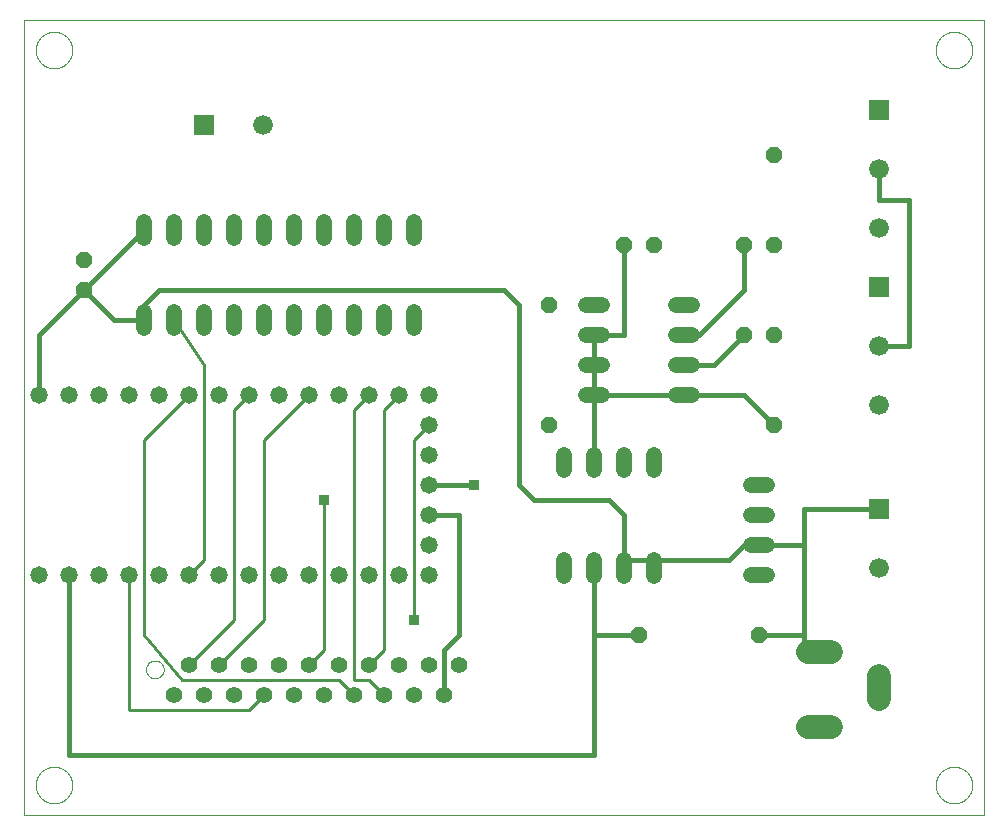
<source format=gtl>
G75*
%MOIN*%
%OFA0B0*%
%FSLAX25Y25*%
%IPPOS*%
%LPD*%
%AMOC8*
5,1,8,0,0,1.08239X$1,22.5*
%
%ADD10C,0.00000*%
%ADD11OC8,0.05200*%
%ADD12C,0.05200*%
%ADD13R,0.06600X0.06600*%
%ADD14C,0.06600*%
%ADD15C,0.05800*%
%ADD16C,0.07874*%
%ADD17C,0.05600*%
%ADD18C,0.01600*%
%ADD19R,0.03562X0.03562*%
%ADD20C,0.01000*%
D10*
X0001400Y0005000D02*
X0321400Y0005000D01*
X0321400Y0270000D01*
X0001400Y0270000D01*
X0001400Y0005000D01*
X0005298Y0015000D02*
X0005300Y0015156D01*
X0005306Y0015312D01*
X0005316Y0015467D01*
X0005330Y0015622D01*
X0005348Y0015777D01*
X0005370Y0015931D01*
X0005395Y0016085D01*
X0005425Y0016238D01*
X0005459Y0016390D01*
X0005496Y0016542D01*
X0005537Y0016692D01*
X0005582Y0016841D01*
X0005631Y0016989D01*
X0005684Y0017136D01*
X0005740Y0017281D01*
X0005800Y0017425D01*
X0005864Y0017567D01*
X0005932Y0017708D01*
X0006003Y0017846D01*
X0006077Y0017983D01*
X0006155Y0018118D01*
X0006236Y0018251D01*
X0006321Y0018382D01*
X0006409Y0018511D01*
X0006500Y0018637D01*
X0006595Y0018761D01*
X0006692Y0018882D01*
X0006793Y0019001D01*
X0006897Y0019118D01*
X0007003Y0019231D01*
X0007113Y0019342D01*
X0007225Y0019450D01*
X0007340Y0019555D01*
X0007458Y0019658D01*
X0007578Y0019757D01*
X0007701Y0019853D01*
X0007826Y0019946D01*
X0007953Y0020035D01*
X0008083Y0020122D01*
X0008215Y0020205D01*
X0008349Y0020284D01*
X0008485Y0020361D01*
X0008623Y0020433D01*
X0008762Y0020503D01*
X0008904Y0020568D01*
X0009047Y0020630D01*
X0009191Y0020688D01*
X0009337Y0020743D01*
X0009485Y0020794D01*
X0009633Y0020841D01*
X0009783Y0020884D01*
X0009934Y0020923D01*
X0010086Y0020959D01*
X0010238Y0020990D01*
X0010392Y0021018D01*
X0010546Y0021042D01*
X0010700Y0021062D01*
X0010855Y0021078D01*
X0011011Y0021090D01*
X0011166Y0021098D01*
X0011322Y0021102D01*
X0011478Y0021102D01*
X0011634Y0021098D01*
X0011789Y0021090D01*
X0011945Y0021078D01*
X0012100Y0021062D01*
X0012254Y0021042D01*
X0012408Y0021018D01*
X0012562Y0020990D01*
X0012714Y0020959D01*
X0012866Y0020923D01*
X0013017Y0020884D01*
X0013167Y0020841D01*
X0013315Y0020794D01*
X0013463Y0020743D01*
X0013609Y0020688D01*
X0013753Y0020630D01*
X0013896Y0020568D01*
X0014038Y0020503D01*
X0014177Y0020433D01*
X0014315Y0020361D01*
X0014451Y0020284D01*
X0014585Y0020205D01*
X0014717Y0020122D01*
X0014847Y0020035D01*
X0014974Y0019946D01*
X0015099Y0019853D01*
X0015222Y0019757D01*
X0015342Y0019658D01*
X0015460Y0019555D01*
X0015575Y0019450D01*
X0015687Y0019342D01*
X0015797Y0019231D01*
X0015903Y0019118D01*
X0016007Y0019001D01*
X0016108Y0018882D01*
X0016205Y0018761D01*
X0016300Y0018637D01*
X0016391Y0018511D01*
X0016479Y0018382D01*
X0016564Y0018251D01*
X0016645Y0018118D01*
X0016723Y0017983D01*
X0016797Y0017846D01*
X0016868Y0017708D01*
X0016936Y0017567D01*
X0017000Y0017425D01*
X0017060Y0017281D01*
X0017116Y0017136D01*
X0017169Y0016989D01*
X0017218Y0016841D01*
X0017263Y0016692D01*
X0017304Y0016542D01*
X0017341Y0016390D01*
X0017375Y0016238D01*
X0017405Y0016085D01*
X0017430Y0015931D01*
X0017452Y0015777D01*
X0017470Y0015622D01*
X0017484Y0015467D01*
X0017494Y0015312D01*
X0017500Y0015156D01*
X0017502Y0015000D01*
X0017500Y0014844D01*
X0017494Y0014688D01*
X0017484Y0014533D01*
X0017470Y0014378D01*
X0017452Y0014223D01*
X0017430Y0014069D01*
X0017405Y0013915D01*
X0017375Y0013762D01*
X0017341Y0013610D01*
X0017304Y0013458D01*
X0017263Y0013308D01*
X0017218Y0013159D01*
X0017169Y0013011D01*
X0017116Y0012864D01*
X0017060Y0012719D01*
X0017000Y0012575D01*
X0016936Y0012433D01*
X0016868Y0012292D01*
X0016797Y0012154D01*
X0016723Y0012017D01*
X0016645Y0011882D01*
X0016564Y0011749D01*
X0016479Y0011618D01*
X0016391Y0011489D01*
X0016300Y0011363D01*
X0016205Y0011239D01*
X0016108Y0011118D01*
X0016007Y0010999D01*
X0015903Y0010882D01*
X0015797Y0010769D01*
X0015687Y0010658D01*
X0015575Y0010550D01*
X0015460Y0010445D01*
X0015342Y0010342D01*
X0015222Y0010243D01*
X0015099Y0010147D01*
X0014974Y0010054D01*
X0014847Y0009965D01*
X0014717Y0009878D01*
X0014585Y0009795D01*
X0014451Y0009716D01*
X0014315Y0009639D01*
X0014177Y0009567D01*
X0014038Y0009497D01*
X0013896Y0009432D01*
X0013753Y0009370D01*
X0013609Y0009312D01*
X0013463Y0009257D01*
X0013315Y0009206D01*
X0013167Y0009159D01*
X0013017Y0009116D01*
X0012866Y0009077D01*
X0012714Y0009041D01*
X0012562Y0009010D01*
X0012408Y0008982D01*
X0012254Y0008958D01*
X0012100Y0008938D01*
X0011945Y0008922D01*
X0011789Y0008910D01*
X0011634Y0008902D01*
X0011478Y0008898D01*
X0011322Y0008898D01*
X0011166Y0008902D01*
X0011011Y0008910D01*
X0010855Y0008922D01*
X0010700Y0008938D01*
X0010546Y0008958D01*
X0010392Y0008982D01*
X0010238Y0009010D01*
X0010086Y0009041D01*
X0009934Y0009077D01*
X0009783Y0009116D01*
X0009633Y0009159D01*
X0009485Y0009206D01*
X0009337Y0009257D01*
X0009191Y0009312D01*
X0009047Y0009370D01*
X0008904Y0009432D01*
X0008762Y0009497D01*
X0008623Y0009567D01*
X0008485Y0009639D01*
X0008349Y0009716D01*
X0008215Y0009795D01*
X0008083Y0009878D01*
X0007953Y0009965D01*
X0007826Y0010054D01*
X0007701Y0010147D01*
X0007578Y0010243D01*
X0007458Y0010342D01*
X0007340Y0010445D01*
X0007225Y0010550D01*
X0007113Y0010658D01*
X0007003Y0010769D01*
X0006897Y0010882D01*
X0006793Y0010999D01*
X0006692Y0011118D01*
X0006595Y0011239D01*
X0006500Y0011363D01*
X0006409Y0011489D01*
X0006321Y0011618D01*
X0006236Y0011749D01*
X0006155Y0011882D01*
X0006077Y0012017D01*
X0006003Y0012154D01*
X0005932Y0012292D01*
X0005864Y0012433D01*
X0005800Y0012575D01*
X0005740Y0012719D01*
X0005684Y0012864D01*
X0005631Y0013011D01*
X0005582Y0013159D01*
X0005537Y0013308D01*
X0005496Y0013458D01*
X0005459Y0013610D01*
X0005425Y0013762D01*
X0005395Y0013915D01*
X0005370Y0014069D01*
X0005348Y0014223D01*
X0005330Y0014378D01*
X0005316Y0014533D01*
X0005306Y0014688D01*
X0005300Y0014844D01*
X0005298Y0015000D01*
X0042069Y0053563D02*
X0042071Y0053671D01*
X0042077Y0053780D01*
X0042087Y0053888D01*
X0042101Y0053995D01*
X0042119Y0054102D01*
X0042140Y0054209D01*
X0042166Y0054314D01*
X0042196Y0054419D01*
X0042229Y0054522D01*
X0042266Y0054624D01*
X0042307Y0054724D01*
X0042351Y0054823D01*
X0042400Y0054921D01*
X0042451Y0055016D01*
X0042506Y0055109D01*
X0042565Y0055201D01*
X0042627Y0055290D01*
X0042692Y0055377D01*
X0042760Y0055461D01*
X0042831Y0055543D01*
X0042905Y0055622D01*
X0042982Y0055698D01*
X0043062Y0055772D01*
X0043145Y0055842D01*
X0043230Y0055910D01*
X0043317Y0055974D01*
X0043407Y0056035D01*
X0043499Y0056093D01*
X0043593Y0056147D01*
X0043689Y0056198D01*
X0043786Y0056245D01*
X0043886Y0056289D01*
X0043987Y0056329D01*
X0044089Y0056365D01*
X0044192Y0056397D01*
X0044297Y0056426D01*
X0044403Y0056450D01*
X0044509Y0056471D01*
X0044616Y0056488D01*
X0044724Y0056501D01*
X0044832Y0056510D01*
X0044941Y0056515D01*
X0045049Y0056516D01*
X0045158Y0056513D01*
X0045266Y0056506D01*
X0045374Y0056495D01*
X0045481Y0056480D01*
X0045588Y0056461D01*
X0045694Y0056438D01*
X0045799Y0056412D01*
X0045904Y0056381D01*
X0046006Y0056347D01*
X0046108Y0056309D01*
X0046208Y0056267D01*
X0046307Y0056222D01*
X0046404Y0056173D01*
X0046498Y0056120D01*
X0046591Y0056064D01*
X0046682Y0056005D01*
X0046771Y0055942D01*
X0046857Y0055877D01*
X0046941Y0055808D01*
X0047022Y0055736D01*
X0047100Y0055661D01*
X0047176Y0055583D01*
X0047249Y0055502D01*
X0047319Y0055419D01*
X0047385Y0055334D01*
X0047449Y0055246D01*
X0047509Y0055155D01*
X0047566Y0055063D01*
X0047619Y0054968D01*
X0047669Y0054872D01*
X0047715Y0054774D01*
X0047758Y0054674D01*
X0047797Y0054573D01*
X0047832Y0054470D01*
X0047864Y0054367D01*
X0047891Y0054262D01*
X0047915Y0054156D01*
X0047935Y0054049D01*
X0047951Y0053942D01*
X0047963Y0053834D01*
X0047971Y0053726D01*
X0047975Y0053617D01*
X0047975Y0053509D01*
X0047971Y0053400D01*
X0047963Y0053292D01*
X0047951Y0053184D01*
X0047935Y0053077D01*
X0047915Y0052970D01*
X0047891Y0052864D01*
X0047864Y0052759D01*
X0047832Y0052656D01*
X0047797Y0052553D01*
X0047758Y0052452D01*
X0047715Y0052352D01*
X0047669Y0052254D01*
X0047619Y0052158D01*
X0047566Y0052063D01*
X0047509Y0051971D01*
X0047449Y0051880D01*
X0047385Y0051792D01*
X0047319Y0051707D01*
X0047249Y0051624D01*
X0047176Y0051543D01*
X0047100Y0051465D01*
X0047022Y0051390D01*
X0046941Y0051318D01*
X0046857Y0051249D01*
X0046771Y0051184D01*
X0046682Y0051121D01*
X0046591Y0051062D01*
X0046499Y0051006D01*
X0046404Y0050953D01*
X0046307Y0050904D01*
X0046208Y0050859D01*
X0046108Y0050817D01*
X0046006Y0050779D01*
X0045904Y0050745D01*
X0045799Y0050714D01*
X0045694Y0050688D01*
X0045588Y0050665D01*
X0045481Y0050646D01*
X0045374Y0050631D01*
X0045266Y0050620D01*
X0045158Y0050613D01*
X0045049Y0050610D01*
X0044941Y0050611D01*
X0044832Y0050616D01*
X0044724Y0050625D01*
X0044616Y0050638D01*
X0044509Y0050655D01*
X0044403Y0050676D01*
X0044297Y0050700D01*
X0044192Y0050729D01*
X0044089Y0050761D01*
X0043987Y0050797D01*
X0043886Y0050837D01*
X0043786Y0050881D01*
X0043689Y0050928D01*
X0043593Y0050979D01*
X0043499Y0051033D01*
X0043407Y0051091D01*
X0043317Y0051152D01*
X0043230Y0051216D01*
X0043145Y0051284D01*
X0043062Y0051354D01*
X0042982Y0051428D01*
X0042905Y0051504D01*
X0042831Y0051583D01*
X0042760Y0051665D01*
X0042692Y0051749D01*
X0042627Y0051836D01*
X0042565Y0051925D01*
X0042506Y0052017D01*
X0042451Y0052110D01*
X0042400Y0052205D01*
X0042351Y0052303D01*
X0042307Y0052402D01*
X0042266Y0052502D01*
X0042229Y0052604D01*
X0042196Y0052707D01*
X0042166Y0052812D01*
X0042140Y0052917D01*
X0042119Y0053024D01*
X0042101Y0053131D01*
X0042087Y0053238D01*
X0042077Y0053346D01*
X0042071Y0053455D01*
X0042069Y0053563D01*
X0005298Y0260000D02*
X0005300Y0260156D01*
X0005306Y0260312D01*
X0005316Y0260467D01*
X0005330Y0260622D01*
X0005348Y0260777D01*
X0005370Y0260931D01*
X0005395Y0261085D01*
X0005425Y0261238D01*
X0005459Y0261390D01*
X0005496Y0261542D01*
X0005537Y0261692D01*
X0005582Y0261841D01*
X0005631Y0261989D01*
X0005684Y0262136D01*
X0005740Y0262281D01*
X0005800Y0262425D01*
X0005864Y0262567D01*
X0005932Y0262708D01*
X0006003Y0262846D01*
X0006077Y0262983D01*
X0006155Y0263118D01*
X0006236Y0263251D01*
X0006321Y0263382D01*
X0006409Y0263511D01*
X0006500Y0263637D01*
X0006595Y0263761D01*
X0006692Y0263882D01*
X0006793Y0264001D01*
X0006897Y0264118D01*
X0007003Y0264231D01*
X0007113Y0264342D01*
X0007225Y0264450D01*
X0007340Y0264555D01*
X0007458Y0264658D01*
X0007578Y0264757D01*
X0007701Y0264853D01*
X0007826Y0264946D01*
X0007953Y0265035D01*
X0008083Y0265122D01*
X0008215Y0265205D01*
X0008349Y0265284D01*
X0008485Y0265361D01*
X0008623Y0265433D01*
X0008762Y0265503D01*
X0008904Y0265568D01*
X0009047Y0265630D01*
X0009191Y0265688D01*
X0009337Y0265743D01*
X0009485Y0265794D01*
X0009633Y0265841D01*
X0009783Y0265884D01*
X0009934Y0265923D01*
X0010086Y0265959D01*
X0010238Y0265990D01*
X0010392Y0266018D01*
X0010546Y0266042D01*
X0010700Y0266062D01*
X0010855Y0266078D01*
X0011011Y0266090D01*
X0011166Y0266098D01*
X0011322Y0266102D01*
X0011478Y0266102D01*
X0011634Y0266098D01*
X0011789Y0266090D01*
X0011945Y0266078D01*
X0012100Y0266062D01*
X0012254Y0266042D01*
X0012408Y0266018D01*
X0012562Y0265990D01*
X0012714Y0265959D01*
X0012866Y0265923D01*
X0013017Y0265884D01*
X0013167Y0265841D01*
X0013315Y0265794D01*
X0013463Y0265743D01*
X0013609Y0265688D01*
X0013753Y0265630D01*
X0013896Y0265568D01*
X0014038Y0265503D01*
X0014177Y0265433D01*
X0014315Y0265361D01*
X0014451Y0265284D01*
X0014585Y0265205D01*
X0014717Y0265122D01*
X0014847Y0265035D01*
X0014974Y0264946D01*
X0015099Y0264853D01*
X0015222Y0264757D01*
X0015342Y0264658D01*
X0015460Y0264555D01*
X0015575Y0264450D01*
X0015687Y0264342D01*
X0015797Y0264231D01*
X0015903Y0264118D01*
X0016007Y0264001D01*
X0016108Y0263882D01*
X0016205Y0263761D01*
X0016300Y0263637D01*
X0016391Y0263511D01*
X0016479Y0263382D01*
X0016564Y0263251D01*
X0016645Y0263118D01*
X0016723Y0262983D01*
X0016797Y0262846D01*
X0016868Y0262708D01*
X0016936Y0262567D01*
X0017000Y0262425D01*
X0017060Y0262281D01*
X0017116Y0262136D01*
X0017169Y0261989D01*
X0017218Y0261841D01*
X0017263Y0261692D01*
X0017304Y0261542D01*
X0017341Y0261390D01*
X0017375Y0261238D01*
X0017405Y0261085D01*
X0017430Y0260931D01*
X0017452Y0260777D01*
X0017470Y0260622D01*
X0017484Y0260467D01*
X0017494Y0260312D01*
X0017500Y0260156D01*
X0017502Y0260000D01*
X0017500Y0259844D01*
X0017494Y0259688D01*
X0017484Y0259533D01*
X0017470Y0259378D01*
X0017452Y0259223D01*
X0017430Y0259069D01*
X0017405Y0258915D01*
X0017375Y0258762D01*
X0017341Y0258610D01*
X0017304Y0258458D01*
X0017263Y0258308D01*
X0017218Y0258159D01*
X0017169Y0258011D01*
X0017116Y0257864D01*
X0017060Y0257719D01*
X0017000Y0257575D01*
X0016936Y0257433D01*
X0016868Y0257292D01*
X0016797Y0257154D01*
X0016723Y0257017D01*
X0016645Y0256882D01*
X0016564Y0256749D01*
X0016479Y0256618D01*
X0016391Y0256489D01*
X0016300Y0256363D01*
X0016205Y0256239D01*
X0016108Y0256118D01*
X0016007Y0255999D01*
X0015903Y0255882D01*
X0015797Y0255769D01*
X0015687Y0255658D01*
X0015575Y0255550D01*
X0015460Y0255445D01*
X0015342Y0255342D01*
X0015222Y0255243D01*
X0015099Y0255147D01*
X0014974Y0255054D01*
X0014847Y0254965D01*
X0014717Y0254878D01*
X0014585Y0254795D01*
X0014451Y0254716D01*
X0014315Y0254639D01*
X0014177Y0254567D01*
X0014038Y0254497D01*
X0013896Y0254432D01*
X0013753Y0254370D01*
X0013609Y0254312D01*
X0013463Y0254257D01*
X0013315Y0254206D01*
X0013167Y0254159D01*
X0013017Y0254116D01*
X0012866Y0254077D01*
X0012714Y0254041D01*
X0012562Y0254010D01*
X0012408Y0253982D01*
X0012254Y0253958D01*
X0012100Y0253938D01*
X0011945Y0253922D01*
X0011789Y0253910D01*
X0011634Y0253902D01*
X0011478Y0253898D01*
X0011322Y0253898D01*
X0011166Y0253902D01*
X0011011Y0253910D01*
X0010855Y0253922D01*
X0010700Y0253938D01*
X0010546Y0253958D01*
X0010392Y0253982D01*
X0010238Y0254010D01*
X0010086Y0254041D01*
X0009934Y0254077D01*
X0009783Y0254116D01*
X0009633Y0254159D01*
X0009485Y0254206D01*
X0009337Y0254257D01*
X0009191Y0254312D01*
X0009047Y0254370D01*
X0008904Y0254432D01*
X0008762Y0254497D01*
X0008623Y0254567D01*
X0008485Y0254639D01*
X0008349Y0254716D01*
X0008215Y0254795D01*
X0008083Y0254878D01*
X0007953Y0254965D01*
X0007826Y0255054D01*
X0007701Y0255147D01*
X0007578Y0255243D01*
X0007458Y0255342D01*
X0007340Y0255445D01*
X0007225Y0255550D01*
X0007113Y0255658D01*
X0007003Y0255769D01*
X0006897Y0255882D01*
X0006793Y0255999D01*
X0006692Y0256118D01*
X0006595Y0256239D01*
X0006500Y0256363D01*
X0006409Y0256489D01*
X0006321Y0256618D01*
X0006236Y0256749D01*
X0006155Y0256882D01*
X0006077Y0257017D01*
X0006003Y0257154D01*
X0005932Y0257292D01*
X0005864Y0257433D01*
X0005800Y0257575D01*
X0005740Y0257719D01*
X0005684Y0257864D01*
X0005631Y0258011D01*
X0005582Y0258159D01*
X0005537Y0258308D01*
X0005496Y0258458D01*
X0005459Y0258610D01*
X0005425Y0258762D01*
X0005395Y0258915D01*
X0005370Y0259069D01*
X0005348Y0259223D01*
X0005330Y0259378D01*
X0005316Y0259533D01*
X0005306Y0259688D01*
X0005300Y0259844D01*
X0005298Y0260000D01*
X0305298Y0260000D02*
X0305300Y0260156D01*
X0305306Y0260312D01*
X0305316Y0260467D01*
X0305330Y0260622D01*
X0305348Y0260777D01*
X0305370Y0260931D01*
X0305395Y0261085D01*
X0305425Y0261238D01*
X0305459Y0261390D01*
X0305496Y0261542D01*
X0305537Y0261692D01*
X0305582Y0261841D01*
X0305631Y0261989D01*
X0305684Y0262136D01*
X0305740Y0262281D01*
X0305800Y0262425D01*
X0305864Y0262567D01*
X0305932Y0262708D01*
X0306003Y0262846D01*
X0306077Y0262983D01*
X0306155Y0263118D01*
X0306236Y0263251D01*
X0306321Y0263382D01*
X0306409Y0263511D01*
X0306500Y0263637D01*
X0306595Y0263761D01*
X0306692Y0263882D01*
X0306793Y0264001D01*
X0306897Y0264118D01*
X0307003Y0264231D01*
X0307113Y0264342D01*
X0307225Y0264450D01*
X0307340Y0264555D01*
X0307458Y0264658D01*
X0307578Y0264757D01*
X0307701Y0264853D01*
X0307826Y0264946D01*
X0307953Y0265035D01*
X0308083Y0265122D01*
X0308215Y0265205D01*
X0308349Y0265284D01*
X0308485Y0265361D01*
X0308623Y0265433D01*
X0308762Y0265503D01*
X0308904Y0265568D01*
X0309047Y0265630D01*
X0309191Y0265688D01*
X0309337Y0265743D01*
X0309485Y0265794D01*
X0309633Y0265841D01*
X0309783Y0265884D01*
X0309934Y0265923D01*
X0310086Y0265959D01*
X0310238Y0265990D01*
X0310392Y0266018D01*
X0310546Y0266042D01*
X0310700Y0266062D01*
X0310855Y0266078D01*
X0311011Y0266090D01*
X0311166Y0266098D01*
X0311322Y0266102D01*
X0311478Y0266102D01*
X0311634Y0266098D01*
X0311789Y0266090D01*
X0311945Y0266078D01*
X0312100Y0266062D01*
X0312254Y0266042D01*
X0312408Y0266018D01*
X0312562Y0265990D01*
X0312714Y0265959D01*
X0312866Y0265923D01*
X0313017Y0265884D01*
X0313167Y0265841D01*
X0313315Y0265794D01*
X0313463Y0265743D01*
X0313609Y0265688D01*
X0313753Y0265630D01*
X0313896Y0265568D01*
X0314038Y0265503D01*
X0314177Y0265433D01*
X0314315Y0265361D01*
X0314451Y0265284D01*
X0314585Y0265205D01*
X0314717Y0265122D01*
X0314847Y0265035D01*
X0314974Y0264946D01*
X0315099Y0264853D01*
X0315222Y0264757D01*
X0315342Y0264658D01*
X0315460Y0264555D01*
X0315575Y0264450D01*
X0315687Y0264342D01*
X0315797Y0264231D01*
X0315903Y0264118D01*
X0316007Y0264001D01*
X0316108Y0263882D01*
X0316205Y0263761D01*
X0316300Y0263637D01*
X0316391Y0263511D01*
X0316479Y0263382D01*
X0316564Y0263251D01*
X0316645Y0263118D01*
X0316723Y0262983D01*
X0316797Y0262846D01*
X0316868Y0262708D01*
X0316936Y0262567D01*
X0317000Y0262425D01*
X0317060Y0262281D01*
X0317116Y0262136D01*
X0317169Y0261989D01*
X0317218Y0261841D01*
X0317263Y0261692D01*
X0317304Y0261542D01*
X0317341Y0261390D01*
X0317375Y0261238D01*
X0317405Y0261085D01*
X0317430Y0260931D01*
X0317452Y0260777D01*
X0317470Y0260622D01*
X0317484Y0260467D01*
X0317494Y0260312D01*
X0317500Y0260156D01*
X0317502Y0260000D01*
X0317500Y0259844D01*
X0317494Y0259688D01*
X0317484Y0259533D01*
X0317470Y0259378D01*
X0317452Y0259223D01*
X0317430Y0259069D01*
X0317405Y0258915D01*
X0317375Y0258762D01*
X0317341Y0258610D01*
X0317304Y0258458D01*
X0317263Y0258308D01*
X0317218Y0258159D01*
X0317169Y0258011D01*
X0317116Y0257864D01*
X0317060Y0257719D01*
X0317000Y0257575D01*
X0316936Y0257433D01*
X0316868Y0257292D01*
X0316797Y0257154D01*
X0316723Y0257017D01*
X0316645Y0256882D01*
X0316564Y0256749D01*
X0316479Y0256618D01*
X0316391Y0256489D01*
X0316300Y0256363D01*
X0316205Y0256239D01*
X0316108Y0256118D01*
X0316007Y0255999D01*
X0315903Y0255882D01*
X0315797Y0255769D01*
X0315687Y0255658D01*
X0315575Y0255550D01*
X0315460Y0255445D01*
X0315342Y0255342D01*
X0315222Y0255243D01*
X0315099Y0255147D01*
X0314974Y0255054D01*
X0314847Y0254965D01*
X0314717Y0254878D01*
X0314585Y0254795D01*
X0314451Y0254716D01*
X0314315Y0254639D01*
X0314177Y0254567D01*
X0314038Y0254497D01*
X0313896Y0254432D01*
X0313753Y0254370D01*
X0313609Y0254312D01*
X0313463Y0254257D01*
X0313315Y0254206D01*
X0313167Y0254159D01*
X0313017Y0254116D01*
X0312866Y0254077D01*
X0312714Y0254041D01*
X0312562Y0254010D01*
X0312408Y0253982D01*
X0312254Y0253958D01*
X0312100Y0253938D01*
X0311945Y0253922D01*
X0311789Y0253910D01*
X0311634Y0253902D01*
X0311478Y0253898D01*
X0311322Y0253898D01*
X0311166Y0253902D01*
X0311011Y0253910D01*
X0310855Y0253922D01*
X0310700Y0253938D01*
X0310546Y0253958D01*
X0310392Y0253982D01*
X0310238Y0254010D01*
X0310086Y0254041D01*
X0309934Y0254077D01*
X0309783Y0254116D01*
X0309633Y0254159D01*
X0309485Y0254206D01*
X0309337Y0254257D01*
X0309191Y0254312D01*
X0309047Y0254370D01*
X0308904Y0254432D01*
X0308762Y0254497D01*
X0308623Y0254567D01*
X0308485Y0254639D01*
X0308349Y0254716D01*
X0308215Y0254795D01*
X0308083Y0254878D01*
X0307953Y0254965D01*
X0307826Y0255054D01*
X0307701Y0255147D01*
X0307578Y0255243D01*
X0307458Y0255342D01*
X0307340Y0255445D01*
X0307225Y0255550D01*
X0307113Y0255658D01*
X0307003Y0255769D01*
X0306897Y0255882D01*
X0306793Y0255999D01*
X0306692Y0256118D01*
X0306595Y0256239D01*
X0306500Y0256363D01*
X0306409Y0256489D01*
X0306321Y0256618D01*
X0306236Y0256749D01*
X0306155Y0256882D01*
X0306077Y0257017D01*
X0306003Y0257154D01*
X0305932Y0257292D01*
X0305864Y0257433D01*
X0305800Y0257575D01*
X0305740Y0257719D01*
X0305684Y0257864D01*
X0305631Y0258011D01*
X0305582Y0258159D01*
X0305537Y0258308D01*
X0305496Y0258458D01*
X0305459Y0258610D01*
X0305425Y0258762D01*
X0305395Y0258915D01*
X0305370Y0259069D01*
X0305348Y0259223D01*
X0305330Y0259378D01*
X0305316Y0259533D01*
X0305306Y0259688D01*
X0305300Y0259844D01*
X0305298Y0260000D01*
X0305298Y0015000D02*
X0305300Y0015156D01*
X0305306Y0015312D01*
X0305316Y0015467D01*
X0305330Y0015622D01*
X0305348Y0015777D01*
X0305370Y0015931D01*
X0305395Y0016085D01*
X0305425Y0016238D01*
X0305459Y0016390D01*
X0305496Y0016542D01*
X0305537Y0016692D01*
X0305582Y0016841D01*
X0305631Y0016989D01*
X0305684Y0017136D01*
X0305740Y0017281D01*
X0305800Y0017425D01*
X0305864Y0017567D01*
X0305932Y0017708D01*
X0306003Y0017846D01*
X0306077Y0017983D01*
X0306155Y0018118D01*
X0306236Y0018251D01*
X0306321Y0018382D01*
X0306409Y0018511D01*
X0306500Y0018637D01*
X0306595Y0018761D01*
X0306692Y0018882D01*
X0306793Y0019001D01*
X0306897Y0019118D01*
X0307003Y0019231D01*
X0307113Y0019342D01*
X0307225Y0019450D01*
X0307340Y0019555D01*
X0307458Y0019658D01*
X0307578Y0019757D01*
X0307701Y0019853D01*
X0307826Y0019946D01*
X0307953Y0020035D01*
X0308083Y0020122D01*
X0308215Y0020205D01*
X0308349Y0020284D01*
X0308485Y0020361D01*
X0308623Y0020433D01*
X0308762Y0020503D01*
X0308904Y0020568D01*
X0309047Y0020630D01*
X0309191Y0020688D01*
X0309337Y0020743D01*
X0309485Y0020794D01*
X0309633Y0020841D01*
X0309783Y0020884D01*
X0309934Y0020923D01*
X0310086Y0020959D01*
X0310238Y0020990D01*
X0310392Y0021018D01*
X0310546Y0021042D01*
X0310700Y0021062D01*
X0310855Y0021078D01*
X0311011Y0021090D01*
X0311166Y0021098D01*
X0311322Y0021102D01*
X0311478Y0021102D01*
X0311634Y0021098D01*
X0311789Y0021090D01*
X0311945Y0021078D01*
X0312100Y0021062D01*
X0312254Y0021042D01*
X0312408Y0021018D01*
X0312562Y0020990D01*
X0312714Y0020959D01*
X0312866Y0020923D01*
X0313017Y0020884D01*
X0313167Y0020841D01*
X0313315Y0020794D01*
X0313463Y0020743D01*
X0313609Y0020688D01*
X0313753Y0020630D01*
X0313896Y0020568D01*
X0314038Y0020503D01*
X0314177Y0020433D01*
X0314315Y0020361D01*
X0314451Y0020284D01*
X0314585Y0020205D01*
X0314717Y0020122D01*
X0314847Y0020035D01*
X0314974Y0019946D01*
X0315099Y0019853D01*
X0315222Y0019757D01*
X0315342Y0019658D01*
X0315460Y0019555D01*
X0315575Y0019450D01*
X0315687Y0019342D01*
X0315797Y0019231D01*
X0315903Y0019118D01*
X0316007Y0019001D01*
X0316108Y0018882D01*
X0316205Y0018761D01*
X0316300Y0018637D01*
X0316391Y0018511D01*
X0316479Y0018382D01*
X0316564Y0018251D01*
X0316645Y0018118D01*
X0316723Y0017983D01*
X0316797Y0017846D01*
X0316868Y0017708D01*
X0316936Y0017567D01*
X0317000Y0017425D01*
X0317060Y0017281D01*
X0317116Y0017136D01*
X0317169Y0016989D01*
X0317218Y0016841D01*
X0317263Y0016692D01*
X0317304Y0016542D01*
X0317341Y0016390D01*
X0317375Y0016238D01*
X0317405Y0016085D01*
X0317430Y0015931D01*
X0317452Y0015777D01*
X0317470Y0015622D01*
X0317484Y0015467D01*
X0317494Y0015312D01*
X0317500Y0015156D01*
X0317502Y0015000D01*
X0317500Y0014844D01*
X0317494Y0014688D01*
X0317484Y0014533D01*
X0317470Y0014378D01*
X0317452Y0014223D01*
X0317430Y0014069D01*
X0317405Y0013915D01*
X0317375Y0013762D01*
X0317341Y0013610D01*
X0317304Y0013458D01*
X0317263Y0013308D01*
X0317218Y0013159D01*
X0317169Y0013011D01*
X0317116Y0012864D01*
X0317060Y0012719D01*
X0317000Y0012575D01*
X0316936Y0012433D01*
X0316868Y0012292D01*
X0316797Y0012154D01*
X0316723Y0012017D01*
X0316645Y0011882D01*
X0316564Y0011749D01*
X0316479Y0011618D01*
X0316391Y0011489D01*
X0316300Y0011363D01*
X0316205Y0011239D01*
X0316108Y0011118D01*
X0316007Y0010999D01*
X0315903Y0010882D01*
X0315797Y0010769D01*
X0315687Y0010658D01*
X0315575Y0010550D01*
X0315460Y0010445D01*
X0315342Y0010342D01*
X0315222Y0010243D01*
X0315099Y0010147D01*
X0314974Y0010054D01*
X0314847Y0009965D01*
X0314717Y0009878D01*
X0314585Y0009795D01*
X0314451Y0009716D01*
X0314315Y0009639D01*
X0314177Y0009567D01*
X0314038Y0009497D01*
X0313896Y0009432D01*
X0313753Y0009370D01*
X0313609Y0009312D01*
X0313463Y0009257D01*
X0313315Y0009206D01*
X0313167Y0009159D01*
X0313017Y0009116D01*
X0312866Y0009077D01*
X0312714Y0009041D01*
X0312562Y0009010D01*
X0312408Y0008982D01*
X0312254Y0008958D01*
X0312100Y0008938D01*
X0311945Y0008922D01*
X0311789Y0008910D01*
X0311634Y0008902D01*
X0311478Y0008898D01*
X0311322Y0008898D01*
X0311166Y0008902D01*
X0311011Y0008910D01*
X0310855Y0008922D01*
X0310700Y0008938D01*
X0310546Y0008958D01*
X0310392Y0008982D01*
X0310238Y0009010D01*
X0310086Y0009041D01*
X0309934Y0009077D01*
X0309783Y0009116D01*
X0309633Y0009159D01*
X0309485Y0009206D01*
X0309337Y0009257D01*
X0309191Y0009312D01*
X0309047Y0009370D01*
X0308904Y0009432D01*
X0308762Y0009497D01*
X0308623Y0009567D01*
X0308485Y0009639D01*
X0308349Y0009716D01*
X0308215Y0009795D01*
X0308083Y0009878D01*
X0307953Y0009965D01*
X0307826Y0010054D01*
X0307701Y0010147D01*
X0307578Y0010243D01*
X0307458Y0010342D01*
X0307340Y0010445D01*
X0307225Y0010550D01*
X0307113Y0010658D01*
X0307003Y0010769D01*
X0306897Y0010882D01*
X0306793Y0010999D01*
X0306692Y0011118D01*
X0306595Y0011239D01*
X0306500Y0011363D01*
X0306409Y0011489D01*
X0306321Y0011618D01*
X0306236Y0011749D01*
X0306155Y0011882D01*
X0306077Y0012017D01*
X0306003Y0012154D01*
X0305932Y0012292D01*
X0305864Y0012433D01*
X0305800Y0012575D01*
X0305740Y0012719D01*
X0305684Y0012864D01*
X0305631Y0013011D01*
X0305582Y0013159D01*
X0305537Y0013308D01*
X0305496Y0013458D01*
X0305459Y0013610D01*
X0305425Y0013762D01*
X0305395Y0013915D01*
X0305370Y0014069D01*
X0305348Y0014223D01*
X0305330Y0014378D01*
X0305316Y0014533D01*
X0305306Y0014688D01*
X0305300Y0014844D01*
X0305298Y0015000D01*
D11*
X0246400Y0065000D03*
X0206400Y0065000D03*
X0176400Y0135000D03*
X0176400Y0175000D03*
X0201400Y0195000D03*
X0211400Y0195000D03*
X0241400Y0195000D03*
X0251400Y0195000D03*
X0251400Y0165000D03*
X0241400Y0165000D03*
X0251400Y0135000D03*
X0251400Y0225000D03*
X0021400Y0190000D03*
X0021400Y0180000D03*
D12*
X0041400Y0172600D02*
X0041400Y0167400D01*
X0051400Y0167400D02*
X0051400Y0172600D01*
X0061400Y0172600D02*
X0061400Y0167400D01*
X0071400Y0167400D02*
X0071400Y0172600D01*
X0081400Y0172600D02*
X0081400Y0167400D01*
X0091400Y0167400D02*
X0091400Y0172600D01*
X0101400Y0172600D02*
X0101400Y0167400D01*
X0111400Y0167400D02*
X0111400Y0172600D01*
X0121400Y0172600D02*
X0121400Y0167400D01*
X0131400Y0167400D02*
X0131400Y0172600D01*
X0131400Y0197400D02*
X0131400Y0202600D01*
X0121400Y0202600D02*
X0121400Y0197400D01*
X0111400Y0197400D02*
X0111400Y0202600D01*
X0101400Y0202600D02*
X0101400Y0197400D01*
X0091400Y0197400D02*
X0091400Y0202600D01*
X0081400Y0202600D02*
X0081400Y0197400D01*
X0071400Y0197400D02*
X0071400Y0202600D01*
X0061400Y0202600D02*
X0061400Y0197400D01*
X0051400Y0197400D02*
X0051400Y0202600D01*
X0041400Y0202600D02*
X0041400Y0197400D01*
X0181400Y0125200D02*
X0181400Y0120000D01*
X0191400Y0120000D02*
X0191400Y0125200D01*
X0201400Y0125200D02*
X0201400Y0120000D01*
X0211400Y0120000D02*
X0211400Y0125200D01*
X0218800Y0145000D02*
X0224000Y0145000D01*
X0224000Y0155000D02*
X0218800Y0155000D01*
X0218800Y0165000D02*
X0224000Y0165000D01*
X0224000Y0175000D02*
X0218800Y0175000D01*
X0194000Y0175000D02*
X0188800Y0175000D01*
X0188800Y0165000D02*
X0194000Y0165000D01*
X0194000Y0155000D02*
X0188800Y0155000D01*
X0188800Y0145000D02*
X0194000Y0145000D01*
X0243800Y0115000D02*
X0249000Y0115000D01*
X0249000Y0105000D02*
X0243800Y0105000D01*
X0243800Y0095000D02*
X0249000Y0095000D01*
X0249000Y0085000D02*
X0243800Y0085000D01*
X0211400Y0084800D02*
X0211400Y0090000D01*
X0201400Y0090000D02*
X0201400Y0084800D01*
X0191400Y0084800D02*
X0191400Y0090000D01*
X0181400Y0090000D02*
X0181400Y0084800D01*
D13*
X0286400Y0107205D03*
X0286400Y0180945D03*
X0286400Y0240000D03*
X0061400Y0235000D03*
D14*
X0081085Y0235000D03*
X0286400Y0220315D03*
X0286400Y0200630D03*
X0286400Y0161260D03*
X0286400Y0141575D03*
X0286400Y0087520D03*
D15*
X0136400Y0085000D03*
X0126400Y0085000D03*
X0116400Y0085000D03*
X0106400Y0085000D03*
X0096400Y0085000D03*
X0086400Y0085000D03*
X0076400Y0085000D03*
X0066400Y0085000D03*
X0056400Y0085000D03*
X0046400Y0085000D03*
X0036400Y0085000D03*
X0026400Y0085000D03*
X0016400Y0085000D03*
X0006400Y0085000D03*
X0006400Y0145000D03*
X0016400Y0145000D03*
X0026400Y0145000D03*
X0036400Y0145000D03*
X0046400Y0145000D03*
X0056400Y0145000D03*
X0066400Y0145000D03*
X0076400Y0145000D03*
X0086400Y0145000D03*
X0096400Y0145000D03*
X0106400Y0145000D03*
X0116400Y0145000D03*
X0126400Y0145000D03*
X0136400Y0145000D03*
X0136400Y0135000D03*
X0136400Y0125000D03*
X0136400Y0115000D03*
X0136400Y0105000D03*
X0136400Y0095000D03*
D16*
X0262620Y0059331D02*
X0270494Y0059331D01*
X0286243Y0051457D02*
X0286243Y0043583D01*
X0270494Y0034528D02*
X0262620Y0034528D01*
D17*
X0146400Y0055000D03*
X0136400Y0055000D03*
X0126400Y0055000D03*
X0116400Y0055000D03*
X0106400Y0055000D03*
X0096400Y0055000D03*
X0086400Y0055000D03*
X0076400Y0055000D03*
X0066400Y0055000D03*
X0056400Y0055000D03*
X0051400Y0045000D03*
X0061400Y0045000D03*
X0071400Y0045000D03*
X0081400Y0045000D03*
X0091400Y0045000D03*
X0101400Y0045000D03*
X0111400Y0045000D03*
X0121400Y0045000D03*
X0131400Y0045000D03*
X0141400Y0045000D03*
D18*
X0141400Y0060000D01*
X0146400Y0065000D01*
X0146400Y0105000D01*
X0136400Y0105000D01*
X0136400Y0115000D02*
X0151400Y0115000D01*
X0166400Y0115000D02*
X0166400Y0175000D01*
X0161400Y0180000D01*
X0046400Y0180000D01*
X0041400Y0175000D01*
X0041400Y0170000D01*
X0031400Y0170000D01*
X0021400Y0180000D01*
X0041400Y0200000D01*
X0021400Y0180000D02*
X0006400Y0165000D01*
X0006400Y0145000D01*
X0016400Y0085000D02*
X0016400Y0025000D01*
X0191400Y0025000D01*
X0191400Y0065000D01*
X0206400Y0065000D01*
X0191400Y0065000D02*
X0191400Y0090000D01*
X0201400Y0090000D02*
X0201400Y0105000D01*
X0196400Y0110000D01*
X0171400Y0110000D01*
X0166400Y0115000D01*
X0191400Y0120000D02*
X0191400Y0145000D01*
X0191400Y0155000D01*
X0191400Y0165000D01*
X0201400Y0165000D01*
X0201400Y0195000D01*
X0221400Y0165000D02*
X0226400Y0165000D01*
X0241400Y0180000D01*
X0241400Y0195000D01*
X0241400Y0165000D02*
X0231400Y0155000D01*
X0221400Y0155000D01*
X0221400Y0145000D02*
X0191400Y0145000D01*
X0221400Y0145000D02*
X0241400Y0145000D01*
X0251400Y0135000D01*
X0261400Y0107205D02*
X0261400Y0095000D01*
X0246400Y0095000D01*
X0241400Y0095000D01*
X0236400Y0090000D01*
X0211400Y0090000D01*
X0201400Y0090000D01*
X0246400Y0065000D02*
X0261400Y0065000D01*
X0261400Y0060000D01*
X0266557Y0059331D01*
X0261400Y0065000D02*
X0261400Y0095000D01*
X0261400Y0107205D02*
X0286400Y0107205D01*
X0286400Y0161260D02*
X0296400Y0161260D01*
X0296400Y0210000D01*
X0286400Y0210000D01*
X0286400Y0220315D01*
D19*
X0151400Y0115000D03*
X0101400Y0110000D03*
X0131400Y0070000D03*
D20*
X0131400Y0130000D01*
X0136400Y0135000D01*
X0126400Y0145000D02*
X0121400Y0140000D01*
X0121400Y0060000D01*
X0116400Y0055000D01*
X0116400Y0050000D02*
X0111400Y0050000D01*
X0111400Y0140000D01*
X0116400Y0145000D01*
X0096400Y0145000D02*
X0081400Y0130000D01*
X0081400Y0070000D01*
X0066400Y0055000D01*
X0056400Y0055000D02*
X0071400Y0070000D01*
X0071400Y0140000D01*
X0076400Y0145000D01*
X0061400Y0155000D02*
X0051400Y0170000D01*
X0061400Y0155000D02*
X0061400Y0090000D01*
X0056400Y0085000D01*
X0036400Y0085000D02*
X0036400Y0040000D01*
X0076400Y0040000D01*
X0081400Y0045000D01*
X0096400Y0055000D02*
X0101400Y0060000D01*
X0101400Y0110000D01*
X0056400Y0145000D02*
X0041400Y0130000D01*
X0041400Y0065000D01*
X0053900Y0050000D01*
X0106400Y0050000D01*
X0111400Y0045000D01*
X0116400Y0050000D02*
X0121400Y0045000D01*
M02*

</source>
